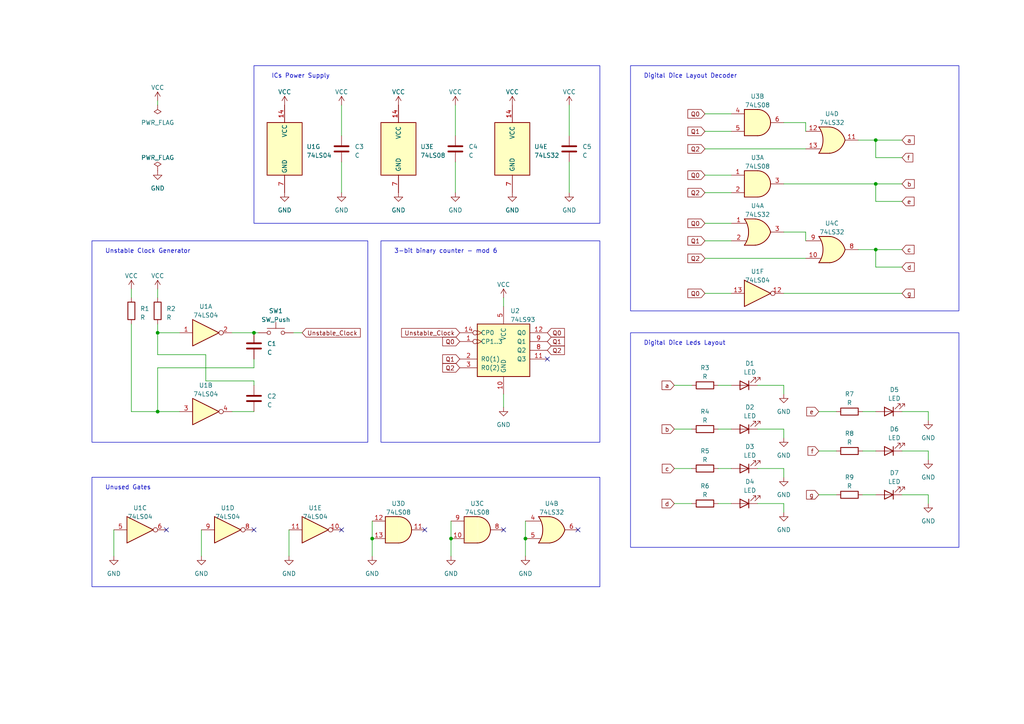
<source format=kicad_sch>
(kicad_sch (version 20230121) (generator eeschema)
  (paper "A4")
  (lib_symbols
    (symbol "74xx:74LS04"
      (property "Reference" "U" (at 0 1.27 0))
      (property "Value" "74LS04" (at 0 -1.27 0))
      (symbol "74LS04_1_0"
        (polyline (pts (xy -3.81 3.81) (xy -3.81 -3.81) (xy 3.81 0) (xy -3.81 3.81)) (stroke (width 0.254)) (fill (type background)))
        (pin input line (at -7.62 0 0) (length 3.81) (name "~") (number "1"))
        (pin output inverted (at 7.62 0 180) (length 3.81) (name "~") (number "2"))
      )
      (symbol "74LS04_2_0"
        (polyline (pts (xy -3.81 3.81) (xy -3.81 -3.81) (xy 3.81 0) (xy -3.81 3.81)) (stroke (width 0.254)) (fill (type background)))
        (pin input line (at -7.62 0 0) (length 3.81) (name "~") (number "3"))
        (pin output inverted (at 7.62 0 180) (length 3.81) (name "~") (number "4"))
      )
      (symbol "74LS04_3_0"
        (polyline (pts (xy -3.81 3.81) (xy -3.81 -3.81) (xy 3.81 0) (xy -3.81 3.81)) (stroke (width 0.254)) (fill (type background)))
        (pin input line (at -7.62 0 0) (length 3.81) (name "~") (number "5"))
        (pin output inverted (at 7.62 0 180) (length 3.81) (name "~") (number "6"))
      )
      (symbol "74LS04_4_0"
        (polyline (pts (xy -3.81 3.81) (xy -3.81 -3.81) (xy 3.81 0) (xy -3.81 3.81)) (stroke (width 0.254)) (fill (type background)))
        (pin output inverted (at 7.62 0 180) (length 3.81) (name "~") (number "8"))
        (pin input line (at -7.62 0 0) (length 3.81) (name "~") (number "9"))
      )
      (symbol "74LS04_5_0"
        (polyline (pts (xy -3.81 3.81) (xy -3.81 -3.81) (xy 3.81 0) (xy -3.81 3.81)) (stroke (width 0.254)) (fill (type background)))
        (pin output inverted (at 7.62 0 180) (length 3.81) (name "~") (number "10"))
        (pin input line (at -7.62 0 0) (length 3.81) (name "~") (number "11"))
      )
      (symbol "74LS04_6_0"
        (polyline (pts (xy -3.81 3.81) (xy -3.81 -3.81) (xy 3.81 0) (xy -3.81 3.81)) (stroke (width 0.254)) (fill (type background)))
        (pin output inverted (at 7.62 0 180) (length 3.81) (name "~") (number "12"))
        (pin input line (at -7.62 0 0) (length 3.81) (name "~") (number "13"))
      )
      (symbol "74LS04_7_0"
        (pin power_in line (at 0 12.7 270) (length 5.08) (name "VCC") (number "14"))
        (pin power_in line (at 0 -12.7 90) (length 5.08) (name "GND") (number "7"))
      )
      (symbol "74LS04_7_1"
        (rectangle (start -5.08 7.62) (end 5.08 -7.62) (stroke (width 0.254)) (fill (type background)))
      )
    )
    (symbol "74xx:74LS08" (pin_names (offset 1.016))
      (property "Reference" "U" (at 0 1.27 0))
      (property "Value" "74LS08" (at 0 -1.27 0))
      (symbol "74LS08_1_1"
        (arc (start 0 -3.81) (mid 3.7934 0) (end 0 3.81) (stroke (width 0.254)) (fill (type background)))
        (polyline (pts (xy 0 3.81) (xy -3.81 3.81) (xy -3.81 -3.81) (xy 0 -3.81)) (stroke (width 0.254)) (fill (type background)))
        (pin input line (at -7.62 2.54 0) (length 3.81) (name "~") (number "1"))
        (pin input line (at -7.62 -2.54 0) (length 3.81) (name "~") (number "2"))
        (pin output line (at 7.62 0 180) (length 3.81) (name "~") (number "3"))
      )
      (symbol "74LS08_1_2"
        (arc (start -3.81 -3.81) (mid -2.589 0) (end -3.81 3.81) (stroke (width 0.254)))
        (arc (start -0.6096 -3.81) (mid 2.1842 -2.5851) (end 3.81 0) (stroke (width 0.254)) (fill (type background)))
        (polyline (pts (xy -3.81 -3.81) (xy -0.635 -3.81)) (stroke (width 0.254)) (fill (type background)))
        (polyline (pts (xy -3.81 3.81) (xy -0.635 3.81)) (stroke (width 0.254)) (fill (type background)))
        (polyline (pts (xy -0.635 3.81) (xy -3.81 3.81) (xy -3.81 3.81) (xy -3.556 3.4036) (xy -3.0226 2.2606) (xy -2.6924 1.0414) (xy -2.6162 -0.254) (xy -2.7686 -1.4986) (xy -3.175 -2.7178) (xy -3.81 -3.81) (xy -3.81 -3.81) (xy -0.635 -3.81)) (stroke (width -25.4)) (fill (type background)))
        (arc (start 3.81 0) (mid 2.1915 2.5936) (end -0.6096 3.81) (stroke (width 0.254)) (fill (type background)))
        (pin input inverted (at -7.62 2.54 0) (length 4.318) (name "~") (number "1"))
        (pin input inverted (at -7.62 -2.54 0) (length 4.318) (name "~") (number "2"))
        (pin output inverted (at 7.62 0 180) (length 3.81) (name "~") (number "3"))
      )
      (symbol "74LS08_2_1"
        (arc (start 0 -3.81) (mid 3.7934 0) (end 0 3.81) (stroke (width 0.254)) (fill (type background)))
        (polyline (pts (xy 0 3.81) (xy -3.81 3.81) (xy -3.81 -3.81) (xy 0 -3.81)) (stroke (width 0.254)) (fill (type background)))
        (pin input line (at -7.62 2.54 0) (length 3.81) (name "~") (number "4"))
        (pin input line (at -7.62 -2.54 0) (length 3.81) (name "~") (number "5"))
        (pin output line (at 7.62 0 180) (length 3.81) (name "~") (number "6"))
      )
      (symbol "74LS08_2_2"
        (arc (start -3.81 -3.81) (mid -2.589 0) (end -3.81 3.81) (stroke (width 0.254)))
        (arc (start -0.6096 -3.81) (mid 2.1842 -2.5851) (end 3.81 0) (stroke (width 0.254)) (fill (type background)))
        (polyline (pts (xy -3.81 -3.81) (xy -0.635 -3.81)) (stroke (width 0.254)) (fill (type background)))
        (polyline (pts (xy -3.81 3.81) (xy -0.635 3.81)) (stroke (width 0.254)) (fill (type background)))
        (polyline (pts (xy -0.635 3.81) (xy -3.81 3.81) (xy -3.81 3.81) (xy -3.556 3.4036) (xy -3.0226 2.2606) (xy -2.6924 1.0414) (xy -2.6162 -0.254) (xy -2.7686 -1.4986) (xy -3.175 -2.7178) (xy -3.81 -3.81) (xy -3.81 -3.81) (xy -0.635 -3.81)) (stroke (width -25.4)) (fill (type background)))
        (arc (start 3.81 0) (mid 2.1915 2.5936) (end -0.6096 3.81) (stroke (width 0.254)) (fill (type background)))
        (pin input inverted (at -7.62 2.54 0) (length 4.318) (name "~") (number "4"))
        (pin input inverted (at -7.62 -2.54 0) (length 4.318) (name "~") (number "5"))
        (pin output inverted (at 7.62 0 180) (length 3.81) (name "~") (number "6"))
      )
      (symbol "74LS08_3_1"
        (arc (start 0 -3.81) (mid 3.7934 0) (end 0 3.81) (stroke (width 0.254)) (fill (type background)))
        (polyline (pts (xy 0 3.81) (xy -3.81 3.81) (xy -3.81 -3.81) (xy 0 -3.81)) (stroke (width 0.254)) (fill (type background)))
        (pin input line (at -7.62 -2.54 0) (length 3.81) (name "~") (number "10"))
        (pin output line (at 7.62 0 180) (length 3.81) (name "~") (number "8"))
        (pin input line (at -7.62 2.54 0) (length 3.81) (name "~") (number "9"))
      )
      (symbol "74LS08_3_2"
        (arc (start -3.81 -3.81) (mid -2.589 0) (end -3.81 3.81) (stroke (width 0.254)))
        (arc (start -0.6096 -3.81) (mid 2.1842 -2.5851) (end 3.81 0) (stroke (width 0.254)) (fill (type background)))
        (polyline (pts (xy -3.81 -3.81) (xy -0.635 -3.81)) (stroke (width 0.254)) (fill (type background)))
        (polyline (pts (xy -3.81 3.81) (xy -0.635 3.81)) (stroke (width 0.254)) (fill (type background)))
        (polyline (pts (xy -0.635 3.81) (xy -3.81 3.81) (xy -3.81 3.81) (xy -3.556 3.4036) (xy -3.0226 2.2606) (xy -2.6924 1.0414) (xy -2.6162 -0.254) (xy -2.7686 -1.4986) (xy -3.175 -2.7178) (xy -3.81 -3.81) (xy -3.81 -3.81) (xy -0.635 -3.81)) (stroke (width -25.4)) (fill (type background)))
        (arc (start 3.81 0) (mid 2.1915 2.5936) (end -0.6096 3.81) (stroke (width 0.254)) (fill (type background)))
        (pin input inverted (at -7.62 -2.54 0) (length 4.318) (name "~") (number "10"))
        (pin output inverted (at 7.62 0 180) (length 3.81) (name "~") (number "8"))
        (pin input inverted (at -7.62 2.54 0) (length 4.318) (name "~") (number "9"))
      )
      (symbol "74LS08_4_1"
        (arc (start 0 -3.81) (mid 3.7934 0) (end 0 3.81) (stroke (width 0.254)) (fill (type background)))
        (polyline (pts (xy 0 3.81) (xy -3.81 3.81) (xy -3.81 -3.81) (xy 0 -3.81)) (stroke (width 0.254)) (fill (type background)))
        (pin output line (at 7.62 0 180) (length 3.81) (name "~") (number "11"))
        (pin input line (at -7.62 2.54 0) (length 3.81) (name "~") (number "12"))
        (pin input line (at -7.62 -2.54 0) (length 3.81) (name "~") (number "13"))
      )
      (symbol "74LS08_4_2"
        (arc (start -3.81 -3.81) (mid -2.589 0) (end -3.81 3.81) (stroke (width 0.254)))
        (arc (start -0.6096 -3.81) (mid 2.1842 -2.5851) (end 3.81 0) (stroke (width 0.254)) (fill (type background)))
        (polyline (pts (xy -3.81 -3.81) (xy -0.635 -3.81)) (stroke (width 0.254)) (fill (type background)))
        (polyline (pts (xy -3.81 3.81) (xy -0.635 3.81)) (stroke (width 0.254)) (fill (type background)))
        (polyline (pts (xy -0.635 3.81) (xy -3.81 3.81) (xy -3.81 3.81) (xy -3.556 3.4036) (xy -3.0226 2.2606) (xy -2.6924 1.0414) (xy -2.6162 -0.254) (xy -2.7686 -1.4986) (xy -3.175 -2.7178) (xy -3.81 -3.81) (xy -3.81 -3.81) (xy -0.635 -3.81)) (stroke (width -25.4)) (fill (type background)))
        (arc (start 3.81 0) (mid 2.1915 2.5936) (end -0.6096 3.81) (stroke (width 0.254)) (fill (type background)))
        (pin output inverted (at 7.62 0 180) (length 3.81) (name "~") (number "11"))
        (pin input inverted (at -7.62 2.54 0) (length 4.318) (name "~") (number "12"))
        (pin input inverted (at -7.62 -2.54 0) (length 4.318) (name "~") (number "13"))
      )
      (symbol "74LS08_5_0"
        (pin power_in line (at 0 12.7 270) (length 5.08) (name "VCC") (number "14"))
        (pin power_in line (at 0 -12.7 90) (length 5.08) (name "GND") (number "7"))
      )
      (symbol "74LS08_5_1"
        (rectangle (start -5.08 7.62) (end 5.08 -7.62) (stroke (width 0.254)) (fill (type background)))
      )
    )
    (symbol "74xx:74LS32" (pin_names (offset 1.016))
      (property "Reference" "U" (at 0 1.27 0))
      (property "Value" "74LS32" (at 0 -1.27 0))
      (symbol "74LS32_1_1"
        (arc (start -3.81 -3.81) (mid -2.589 0) (end -3.81 3.81) (stroke (width 0.254)))
        (arc (start -0.6096 -3.81) (mid 2.1842 -2.5851) (end 3.81 0) (stroke (width 0.254)) (fill (type background)))
        (polyline (pts (xy -3.81 -3.81) (xy -0.635 -3.81)) (stroke (width 0.254)) (fill (type background)))
        (polyline (pts (xy -3.81 3.81) (xy -0.635 3.81)) (stroke (width 0.254)) (fill (type background)))
        (polyline (pts (xy -0.635 3.81) (xy -3.81 3.81) (xy -3.81 3.81) (xy -3.556 3.4036) (xy -3.0226 2.2606) (xy -2.6924 1.0414) (xy -2.6162 -0.254) (xy -2.7686 -1.4986) (xy -3.175 -2.7178) (xy -3.81 -3.81) (xy -3.81 -3.81) (xy -0.635 -3.81)) (stroke (width -25.4)) (fill (type background)))
        (arc (start 3.81 0) (mid 2.1915 2.5936) (end -0.6096 3.81) (stroke (width 0.254)) (fill (type background)))
        (pin input line (at -7.62 2.54 0) (length 4.318) (name "~") (number "1"))
        (pin input line (at -7.62 -2.54 0) (length 4.318) (name "~") (number "2"))
        (pin output line (at 7.62 0 180) (length 3.81) (name "~") (number "3"))
      )
      (symbol "74LS32_1_2"
        (arc (start 0 -3.81) (mid 3.7934 0) (end 0 3.81) (stroke (width 0.254)) (fill (type background)))
        (polyline (pts (xy 0 3.81) (xy -3.81 3.81) (xy -3.81 -3.81) (xy 0 -3.81)) (stroke (width 0.254)) (fill (type background)))
        (pin input inverted (at -7.62 2.54 0) (length 3.81) (name "~") (number "1"))
        (pin input inverted (at -7.62 -2.54 0) (length 3.81) (name "~") (number "2"))
        (pin output inverted (at 7.62 0 180) (length 3.81) (name "~") (number "3"))
      )
      (symbol "74LS32_2_1"
        (arc (start -3.81 -3.81) (mid -2.589 0) (end -3.81 3.81) (stroke (width 0.254)))
        (arc (start -0.6096 -3.81) (mid 2.1842 -2.5851) (end 3.81 0) (stroke (width 0.254)) (fill (type background)))
        (polyline (pts (xy -3.81 -3.81) (xy -0.635 -3.81)) (stroke (width 0.254)) (fill (type background)))
        (polyline (pts (xy -3.81 3.81) (xy -0.635 3.81)) (stroke (width 0.254)) (fill (type background)))
        (polyline (pts (xy -0.635 3.81) (xy -3.81 3.81) (xy -3.81 3.81) (xy -3.556 3.4036) (xy -3.0226 2.2606) (xy -2.6924 1.0414) (xy -2.6162 -0.254) (xy -2.7686 -1.4986) (xy -3.175 -2.7178) (xy -3.81 -3.81) (xy -3.81 -3.81) (xy -0.635 -3.81)) (stroke (width -25.4)) (fill (type background)))
        (arc (start 3.81 0) (mid 2.1915 2.5936) (end -0.6096 3.81) (stroke (width 0.254)) (fill (type background)))
        (pin input line (at -7.62 2.54 0) (length 4.318) (name "~") (number "4"))
        (pin input line (at -7.62 -2.54 0) (length 4.318) (name "~") (number "5"))
        (pin output line (at 7.62 0 180) (length 3.81) (name "~") (number "6"))
      )
      (symbol "74LS32_2_2"
        (arc (start 0 -3.81) (mid 3.7934 0) (end 0 3.81) (stroke (width 0.254)) (fill (type background)))
        (polyline (pts (xy 0 3.81) (xy -3.81 3.81) (xy -3.81 -3.81) (xy 0 -3.81)) (stroke (width 0.254)) (fill (type background)))
        (pin input inverted (at -7.62 2.54 0) (length 3.81) (name "~") (number "4"))
        (pin input inverted (at -7.62 -2.54 0) (length 3.81) (name "~") (number "5"))
        (pin output inverted (at 7.62 0 180) (length 3.81) (name "~") (number "6"))
      )
      (symbol "74LS32_3_1"
        (arc (start -3.81 -3.81) (mid -2.589 0) (end -3.81 3.81) (stroke (width 0.254)))
        (arc (start -0.6096 -3.81) (mid 2.1842 -2.5851) (end 3.81 0) (stroke (width 0.254)) (fill (type background)))
        (polyline (pts (xy -3.81 -3.81) (xy -0.635 -3.81)) (stroke (width 0.254)) (fill (type background)))
        (polyline (pts (xy -3.81 3.81) (xy -0.635 3.81)) (stroke (width 0.254)) (fill (type background)))
        (polyline (pts (xy -0.635 3.81) (xy -3.81 3.81) (xy -3.81 3.81) (xy -3.556 3.4036) (xy -3.0226 2.2606) (xy -2.6924 1.0414) (xy -2.6162 -0.254) (xy -2.7686 -1.4986) (xy -3.175 -2.7178) (xy -3.81 -3.81) (xy -3.81 -3.81) (xy -0.635 -3.81)) (stroke (width -25.4)) (fill (type background)))
        (arc (start 3.81 0) (mid 2.1915 2.5936) (end -0.6096 3.81) (stroke (width 0.254)) (fill (type background)))
        (pin input line (at -7.62 -2.54 0) (length 4.318) (name "~") (number "10"))
        (pin output line (at 7.62 0 180) (length 3.81) (name "~") (number "8"))
        (pin input line (at -7.62 2.54 0) (length 4.318) (name "~") (number "9"))
      )
      (symbol "74LS32_3_2"
        (arc (start 0 -3.81) (mid 3.7934 0) (end 0 3.81) (stroke (width 0.254)) (fill (type background)))
        (polyline (pts (xy 0 3.81) (xy -3.81 3.81) (xy -3.81 -3.81) (xy 0 -3.81)) (stroke (width 0.254)) (fill (type background)))
        (pin input inverted (at -7.62 -2.54 0) (length 3.81) (name "~") (number "10"))
        (pin output inverted (at 7.62 0 180) (length 3.81) (name "~") (number "8"))
        (pin input inverted (at -7.62 2.54 0) (length 3.81) (name "~") (number "9"))
      )
      (symbol "74LS32_4_1"
        (arc (start -3.81 -3.81) (mid -2.589 0) (end -3.81 3.81) (stroke (width 0.254)))
        (arc (start -0.6096 -3.81) (mid 2.1842 -2.5851) (end 3.81 0) (stroke (width 0.254)) (fill (type background)))
        (polyline (pts (xy -3.81 -3.81) (xy -0.635 -3.81)) (stroke (width 0.254)) (fill (type background)))
        (polyline (pts (xy -3.81 3.81) (xy -0.635 3.81)) (stroke (width 0.254)) (fill (type background)))
        (polyline (pts (xy -0.635 3.81) (xy -3.81 3.81) (xy -3.81 3.81) (xy -3.556 3.4036) (xy -3.0226 2.2606) (xy -2.6924 1.0414) (xy -2.6162 -0.254) (xy -2.7686 -1.4986) (xy -3.175 -2.7178) (xy -3.81 -3.81) (xy -3.81 -3.81) (xy -0.635 -3.81)) (stroke (width -25.4)) (fill (type background)))
        (arc (start 3.81 0) (mid 2.1915 2.5936) (end -0.6096 3.81) (stroke (width 0.254)) (fill (type background)))
        (pin output line (at 7.62 0 180) (length 3.81) (name "~") (number "11"))
        (pin input line (at -7.62 2.54 0) (length 4.318) (name "~") (number "12"))
        (pin input line (at -7.62 -2.54 0) (length 4.318) (name "~") (number "13"))
      )
      (symbol "74LS32_4_2"
        (arc (start 0 -3.81) (mid 3.7934 0) (end 0 3.81) (stroke (width 0.254)) (fill (type background)))
        (polyline (pts (xy 0 3.81) (xy -3.81 3.81) (xy -3.81 -3.81) (xy 0 -3.81)) (stroke (width 0.254)) (fill (type background)))
        (pin output inverted (at 7.62 0 180) (length 3.81) (name "~") (number "11"))
        (pin input inverted (at -7.62 2.54 0) (length 3.81) (name "~") (number "12"))
        (pin input inverted (at -7.62 -2.54 0) (length 3.81) (name "~") (number "13"))
      )
      (symbol "74LS32_5_0"
        (pin power_in line (at 0 12.7 270) (length 5.08) (name "VCC") (number "14"))
        (pin power_in line (at 0 -12.7 90) (length 5.08) (name "GND") (number "7"))
      )
      (symbol "74LS32_5_1"
        (rectangle (start -5.08 7.62) (end 5.08 -7.62) (stroke (width 0.254)) (fill (type background)))
      )
    )
    (symbol "74xx:74LS93" (pin_names (offset 1.016))
      (property "Reference" "U" (at -7.62 8.89 0))
      (property "Value" "74LS93" (at -7.62 -8.89 0))
      (symbol "74LS93_1_0"
        (pin input inverted_clock (at -12.7 2.54 0) (length 5.08) (name "CP1..3") (number "1"))
        (pin power_in line (at 0 -12.7 90) (length 5.08) (name "GND") (number "10"))
        (pin output line (at 12.7 -2.54 180) (length 5.08) (name "Q3") (number "11"))
        (pin output line (at 12.7 5.08 180) (length 5.08) (name "Q0") (number "12"))
        (pin input inverted_clock (at -12.7 5.08 0) (length 5.08) (name "CP0") (number "14"))
        (pin input line (at -12.7 -2.54 0) (length 5.08) (name "R0(1)") (number "2"))
        (pin input line (at -12.7 -5.08 0) (length 5.08) (name "R0(2)") (number "3"))
        (pin power_in line (at 0 12.7 270) (length 5.08) (name "VCC") (number "5"))
        (pin output line (at 12.7 0 180) (length 5.08) (name "Q2") (number "8"))
        (pin output line (at 12.7 2.54 180) (length 5.08) (name "Q1") (number "9"))
      )
      (symbol "74LS93_1_1"
        (rectangle (start -7.62 7.62) (end 7.62 -7.62) (stroke (width 0.254)) (fill (type background)))
      )
    )
    (symbol "Device:C" (pin_numbers hide) (pin_names (offset 0.254))
      (property "Reference" "C" (at 0.635 2.54 0))
      (property "Value" "C" (at 0.635 -2.54 0))
      (symbol "C_0_1"
        (polyline (pts (xy -2.032 -0.762) (xy 2.032 -0.762)) (stroke (width 0.508)))
        (polyline (pts (xy -2.032 0.762) (xy 2.032 0.762)) (stroke (width 0.508)))
      )
      (symbol "C_1_1"
        (pin passive line (at 0 3.81 270) (length 2.794) (name "~") (number "1"))
        (pin passive line (at 0 -3.81 90) (length 2.794) (name "~") (number "2"))
      )
    )
    (symbol "Device:LED" (pin_numbers hide) (pin_names (offset 1.016) hide)
      (property "Reference" "D" (at 0 2.54 0))
      (property "Value" "LED" (at 0 -2.54 0))
      (symbol "LED_0_1"
        (polyline (pts (xy -1.27 -1.27) (xy -1.27 1.27)) (stroke (width 0.254)))
        (polyline (pts (xy -1.27 0) (xy 1.27 0)))
        (polyline (pts (xy 1.27 -1.27) (xy 1.27 1.27) (xy -1.27 0) (xy 1.27 -1.27)) (stroke (width 0.254)))
        (polyline (pts (xy -3.048 -0.762) (xy -4.572 -2.286) (xy -3.81 -2.286) (xy -4.572 -2.286) (xy -4.572 -1.524)))
        (polyline (pts (xy -1.778 -0.762) (xy -3.302 -2.286) (xy -2.54 -2.286) (xy -3.302 -2.286) (xy -3.302 -1.524)))
      )
      (symbol "LED_1_1"
        (pin passive line (at -3.81 0 0) (length 2.54) (name "K") (number "1"))
        (pin passive line (at 3.81 0 180) (length 2.54) (name "A") (number "2"))
      )
    )
    (symbol "Device:R" (pin_numbers hide) (pin_names (offset 0))
      (property "Reference" "R" (at 2.032 0 90))
      (property "Value" "R" (at 0 0 90))
      (symbol "R_0_1"
        (rectangle (start -1.016 -2.54) (end 1.016 2.54) (stroke (width 0.254)))
      )
      (symbol "R_1_1"
        (pin passive line (at 0 3.81 270) (length 1.27) (name "~") (number "1"))
        (pin passive line (at 0 -3.81 90) (length 1.27) (name "~") (number "2"))
      )
    )
    (symbol "Switch:SW_Push" (pin_numbers hide) (pin_names (offset 1.016) hide)
      (property "Reference" "SW" (at 1.27 2.54 0))
      (property "Value" "SW_Push" (at 0 -1.524 0))
      (symbol "SW_Push_0_1"
        (circle (center -2.032 0) (radius 0.508))
        (polyline (pts (xy 0 1.27) (xy 0 3.048)))
        (polyline (pts (xy 2.54 1.27) (xy -2.54 1.27)))
        (circle (center 2.032 0) (radius 0.508))
        (pin passive line (at -5.08 0 0) (length 2.54) (name "1") (number "1"))
        (pin passive line (at 5.08 0 180) (length 2.54) (name "2") (number "2"))
      )
    )
    (symbol "power:GND" (power) (pin_names (offset 0))
      (property "Value" "GND" (at 0 -3.81 0))
      (symbol "GND_0_1"
        (polyline (pts (xy 0 0) (xy 0 -1.27) (xy 1.27 -1.27) (xy 0 -2.54) (xy -1.27 -1.27) (xy 0 -1.27)))
      )
      (symbol "GND_1_1"
        (pin power_in line (at 0 0 270) (length 0) hide (name "GND") (number "1"))
      )
    )
    (symbol "power:PWR_FLAG" (power) (pin_numbers hide) (pin_names (offset 0) hide)
      (property "Value" "PWR_FLAG" (at 0 3.81 0))
      (symbol "PWR_FLAG_0_0"
        (pin power_out line (at 0 0 90) (length 0) (name "pwr") (number "1"))
      )
      (symbol "PWR_FLAG_0_1"
        (polyline (pts (xy 0 0) (xy 0 1.27) (xy -1.016 1.905) (xy 0 2.54) (xy 1.016 1.905) (xy 0 1.27)))
      )
    )
    (symbol "power:VCC" (power) (pin_names (offset 0))
      (property "Value" "VCC" (at 0 3.81 0))
      (symbol "VCC_0_1"
        (polyline (pts (xy -0.762 1.27) (xy 0 2.54)))
        (polyline (pts (xy 0 0) (xy 0 2.54)))
        (polyline (pts (xy 0 2.54) (xy 0.762 1.27)))
      )
      (symbol "VCC_1_1"
        (pin power_in line (at 0 0 90) (length 0) hide (name "VCC") (number "1"))
      )
    )
  )
  (junction (at 45.72 96.52))
  (junction (at 254 72.39))
  (junction (at 107.95 156.21))
  (junction (at 130.81 156.21))
  (junction (at 254 40.64))
  (junction (at 73.66 96.52))
  (junction (at 152.4 156.21))
  (junction (at 254 53.34))
  (junction (at 45.72 119.38))
  (no_connect (at 146.05 153.67))
  (no_connect (at 73.66 153.67))
  (no_connect (at 48.26 153.67))
  (no_connect (at 123.19 153.67))
  (no_connect (at 99.06 153.67))
  (no_connect (at 158.75 104.14))
  (no_connect (at 167.64 153.67))
  (wire (pts (xy 73.66 111.76) (xy 73.66 110.49)))
  (wire (pts (xy 204.47 43.18) (xy 233.68 43.18)))
  (wire (pts (xy 67.31 96.52) (xy 73.66 96.52)))
  (wire (pts (xy 237.49 119.38) (xy 242.57 119.38)))
  (wire (pts (xy 67.31 119.38) (xy 73.66 119.38)))
  (wire (pts (xy 237.49 143.51) (xy 242.57 143.51)))
  (wire (pts (xy 261.62 45.72) (xy 254 45.72)))
  (wire (pts (xy 152.4 151.13) (xy 152.4 156.21)))
  (wire (pts (xy 219.71 146.05) (xy 227.33 146.05)))
  (wire (pts (xy 195.58 146.05) (xy 200.66 146.05)))
  (wire (pts (xy 165.1 46.99) (xy 165.1 55.88)))
  (wire (pts (xy 233.68 67.31) (xy 227.33 67.31)))
  (wire (pts (xy 83.82 153.67) (xy 83.82 161.29)))
  (wire (pts (xy 254 40.64) (xy 248.92 40.64)))
  (wire (pts (xy 59.69 102.87) (xy 45.72 102.87)))
  (wire (pts (xy 204.47 85.09) (xy 212.09 85.09)))
  (wire (pts (xy 261.62 58.42) (xy 254 58.42)))
  (wire (pts (xy 261.62 119.38) (xy 269.24 119.38)))
  (wire (pts (xy 130.81 151.13) (xy 130.81 156.21)))
  (wire (pts (xy 45.72 93.98) (xy 45.72 96.52)))
  (wire (pts (xy 219.71 135.89) (xy 227.33 135.89)))
  (wire (pts (xy 250.19 119.38) (xy 254 119.38)))
  (wire (pts (xy 45.72 106.68) (xy 45.72 119.38)))
  (wire (pts (xy 107.95 151.13) (xy 107.95 156.21)))
  (wire (pts (xy 227.33 138.43) (xy 227.33 135.89)))
  (wire (pts (xy 254 45.72) (xy 254 40.64)))
  (wire (pts (xy 204.47 64.77) (xy 212.09 64.77)))
  (wire (pts (xy 219.71 124.46) (xy 227.33 124.46)))
  (wire (pts (xy 261.62 40.64) (xy 254 40.64)))
  (wire (pts (xy 254 53.34) (xy 227.33 53.34)))
  (wire (pts (xy 208.28 135.89) (xy 212.09 135.89)))
  (wire (pts (xy 45.72 96.52) (xy 52.07 96.52)))
  (wire (pts (xy 254 58.42) (xy 254 53.34)))
  (wire (pts (xy 233.68 35.56) (xy 227.33 35.56)))
  (wire (pts (xy 195.58 135.89) (xy 200.66 135.89)))
  (wire (pts (xy 152.4 156.21) (xy 152.4 161.29)))
  (wire (pts (xy 250.19 130.81) (xy 254 130.81)))
  (wire (pts (xy 195.58 111.76) (xy 200.66 111.76)))
  (wire (pts (xy 208.28 146.05) (xy 212.09 146.05)))
  (wire (pts (xy 254 77.47) (xy 254 72.39)))
  (wire (pts (xy 85.09 96.52) (xy 87.63 96.52)))
  (wire (pts (xy 146.05 114.3) (xy 146.05 118.11)))
  (wire (pts (xy 45.72 83.82) (xy 45.72 86.36)))
  (wire (pts (xy 130.81 156.21) (xy 130.81 161.29)))
  (wire (pts (xy 58.42 153.67) (xy 58.42 161.29)))
  (wire (pts (xy 73.66 96.52) (xy 74.93 96.52)))
  (wire (pts (xy 73.66 104.14) (xy 73.66 106.68)))
  (wire (pts (xy 261.62 72.39) (xy 254 72.39)))
  (wire (pts (xy 227.33 148.59) (xy 227.33 146.05)))
  (wire (pts (xy 107.95 156.21) (xy 107.95 161.29)))
  (wire (pts (xy 99.06 46.99) (xy 99.06 55.88)))
  (wire (pts (xy 45.72 102.87) (xy 45.72 96.52)))
  (wire (pts (xy 132.08 30.48) (xy 132.08 39.37)))
  (wire (pts (xy 38.1 83.82) (xy 38.1 86.36)))
  (wire (pts (xy 99.06 30.48) (xy 99.06 39.37)))
  (wire (pts (xy 233.68 38.1) (xy 233.68 35.56)))
  (wire (pts (xy 45.72 29.21) (xy 45.72 30.48)))
  (wire (pts (xy 233.68 69.85) (xy 233.68 67.31)))
  (wire (pts (xy 132.08 46.99) (xy 132.08 55.88)))
  (wire (pts (xy 38.1 119.38) (xy 45.72 119.38)))
  (wire (pts (xy 73.66 110.49) (xy 59.69 110.49)))
  (wire (pts (xy 45.72 119.38) (xy 52.07 119.38)))
  (wire (pts (xy 204.47 50.8) (xy 212.09 50.8)))
  (wire (pts (xy 33.02 153.67) (xy 33.02 161.29)))
  (wire (pts (xy 195.58 124.46) (xy 200.66 124.46)))
  (wire (pts (xy 261.62 130.81) (xy 269.24 130.81)))
  (wire (pts (xy 204.47 38.1) (xy 212.09 38.1)))
  (wire (pts (xy 269.24 133.35) (xy 269.24 130.81)))
  (wire (pts (xy 59.69 110.49) (xy 59.69 102.87)))
  (wire (pts (xy 261.62 143.51) (xy 269.24 143.51)))
  (wire (pts (xy 208.28 124.46) (xy 212.09 124.46)))
  (wire (pts (xy 219.71 111.76) (xy 227.33 111.76)))
  (wire (pts (xy 261.62 53.34) (xy 254 53.34)))
  (wire (pts (xy 146.05 86.36) (xy 146.05 88.9)))
  (wire (pts (xy 227.33 114.3) (xy 227.33 111.76)))
  (wire (pts (xy 269.24 146.05) (xy 269.24 143.51)))
  (wire (pts (xy 73.66 106.68) (xy 45.72 106.68)))
  (wire (pts (xy 227.33 85.09) (xy 261.62 85.09)))
  (wire (pts (xy 165.1 30.48) (xy 165.1 39.37)))
  (wire (pts (xy 261.62 77.47) (xy 254 77.47)))
  (wire (pts (xy 204.47 55.88) (xy 212.09 55.88)))
  (wire (pts (xy 227.33 127) (xy 227.33 124.46)))
  (wire (pts (xy 237.49 130.81) (xy 242.57 130.81)))
  (wire (pts (xy 204.47 33.02) (xy 212.09 33.02)))
  (wire (pts (xy 204.47 74.93) (xy 233.68 74.93)))
  (wire (pts (xy 269.24 121.92) (xy 269.24 119.38)))
  (wire (pts (xy 208.28 111.76) (xy 212.09 111.76)))
  (wire (pts (xy 204.47 69.85) (xy 212.09 69.85)))
  (wire (pts (xy 38.1 93.98) (xy 38.1 119.38)))
  (wire (pts (xy 254 72.39) (xy 248.92 72.39)))
  (wire (pts (xy 250.19 143.51) (xy 254 143.51)))
  (rectangle (start 110.49 69.85) (end 173.99 128.27))
  (rectangle (start 182.88 96.52) (end 278.13 158.75))
  (rectangle (start 26.67 69.85) (end 106.68 128.27))
  (rectangle (start 182.88 19.05) (end 278.13 90.17))
  (rectangle (start 26.67 138.43) (end 173.99 170.18))
  (rectangle (start 73.66 19.05) (end 173.99 64.77))
  (text "ICs Power Supply" (at 78.74 22.86 0) (effects (font (size 1.27 1.27)) (justify left bottom)))
  (text "Digital Dice Layout Decoder" (at 186.69 22.86 0) (effects (font (size 1.27 1.27)) (justify left bottom)))
  (text "Unstable Clock Generator" (at 30.48 73.66 0) (effects (font (size 1.27 1.27)) (justify left bottom)))
  (text "3-bit binary counter - mod 6" (at 114.3 73.66 0) (effects (font (size 1.27 1.27)) (justify left bottom)))
  (text "Digital Dice Leds Layout" (at 186.69 100.33 0) (effects (font (size 1.27 1.27)) (justify left bottom)))
  (text "Unused Gates" (at 30.48 142.24 0) (effects (font (size 1.27 1.27)) (justify left bottom)))
  (global_label "d" (shape input) (at 261.62 77.47 0) (property "Intersheetrefs" "${INTERSHEET_REFS}" (effects hide)))
  (global_label "d" (shape input) (at 195.58 146.05 180) (property "Intersheetrefs" "${INTERSHEET_REFS}" (effects hide)))
  (global_label "c" (shape input) (at 195.58 135.89 180) (property "Intersheetrefs" "${INTERSHEET_REFS}" (effects hide)))
  (global_label "Q0" (shape input) (at 133.35 99.06 180) (property "Intersheetrefs" "${INTERSHEET_REFS}" (effects hide)))
  (global_label "Q0" (shape input) (at 204.47 85.09 180) (property "Intersheetrefs" "${INTERSHEET_REFS}" (effects hide)))
  (global_label "Unstable_Clock" (shape input) (at 87.63 96.52 0) (property "Intersheetrefs" "${INTERSHEET_REFS}" (effects hide)))
  (global_label "Q2" (shape input) (at 158.75 101.6 0) (property "Intersheetrefs" "${INTERSHEET_REFS}" (effects hide)))
  (global_label "a" (shape input) (at 261.62 40.64 0) (property "Intersheetrefs" "${INTERSHEET_REFS}" (effects hide)))
  (global_label "Q0" (shape input) (at 158.75 96.52 0) (property "Intersheetrefs" "${INTERSHEET_REFS}" (effects hide)))
  (global_label "e" (shape input) (at 261.62 58.42 0) (property "Intersheetrefs" "${INTERSHEET_REFS}" (effects hide)))
  (global_label "Q0" (shape input) (at 204.47 64.77 180) (property "Intersheetrefs" "${INTERSHEET_REFS}" (effects hide)))
  (global_label "Q2" (shape input) (at 133.35 106.68 180) (property "Intersheetrefs" "${INTERSHEET_REFS}" (effects hide)))
  (global_label "b" (shape input) (at 195.58 124.46 180) (property "Intersheetrefs" "${INTERSHEET_REFS}" (effects hide)))
  (global_label "Q1" (shape input) (at 204.47 38.1 180) (property "Intersheetrefs" "${INTERSHEET_REFS}" (effects hide)))
  (global_label "Q1" (shape input) (at 133.35 104.14 180) (property "Intersheetrefs" "${INTERSHEET_REFS}" (effects hide)))
  (global_label "Q2" (shape input) (at 204.47 43.18 180) (property "Intersheetrefs" "${INTERSHEET_REFS}" (effects hide)))
  (global_label "Q0" (shape input) (at 204.47 33.02 180) (property "Intersheetrefs" "${INTERSHEET_REFS}" (effects hide)))
  (global_label "g" (shape input) (at 261.62 85.09 0) (property "Intersheetrefs" "${INTERSHEET_REFS}" (effects hide)))
  (global_label "b" (shape input) (at 261.62 53.34 0) (property "Intersheetrefs" "${INTERSHEET_REFS}" (effects hide)))
  (global_label "Unstable_Clock" (shape input) (at 133.35 96.52 180) (property "Intersheetrefs" "${INTERSHEET_REFS}" (effects hide)))
  (global_label "c" (shape input) (at 261.62 72.39 0) (property "Intersheetrefs" "${INTERSHEET_REFS}" (effects hide)))
  (global_label "f" (shape input) (at 261.62 45.72 0) (property "Intersheetrefs" "${INTERSHEET_REFS}" (effects hide)))
  (global_label "Q2" (shape input) (at 204.47 55.88 180) (property "Intersheetrefs" "${INTERSHEET_REFS}" (effects hide)))
  (global_label "f" (shape input) (at 237.49 130.81 180) (property "Intersheetrefs" "${INTERSHEET_REFS}" (effects hide)))
  (global_label "e" (shape input) (at 237.49 119.38 180) (property "Intersheetrefs" "${INTERSHEET_REFS}" (effects hide)))
  (global_label "Q0" (shape input) (at 204.47 50.8 180) (property "Intersheetrefs" "${INTERSHEET_REFS}" (effects hide)))
  (global_label "Q2" (shape input) (at 204.47 74.93 180) (property "Intersheetrefs" "${INTERSHEET_REFS}" (effects hide)))
  (global_label "Q1" (shape input) (at 204.47 69.85 180) (property "Intersheetrefs" "${INTERSHEET_REFS}" (effects hide)))
  (global_label "a" (shape input) (at 195.58 111.76 180) (property "Intersheetrefs" "${INTERSHEET_REFS}" (effects hide)))
  (global_label "g" (shape input) (at 237.49 143.51 180) (property "Intersheetrefs" "${INTERSHEET_REFS}" (effects hide)))
  (global_label "Q1" (shape input) (at 158.75 99.06 0) (property "Intersheetrefs" "${INTERSHEET_REFS}" (effects hide)))
  (symbol (lib_id "74xx:74LS04") (at 82.55 43.18 0) (unit 7)
    (property "Reference" "U1" (at 88.9 42.545 0) (effects (justify left)))
    (property "Value" "74LS04" (at 88.9 45.085 0) (effects (justify left)))
    (property "Datasheet" "http://www.ti.com/lit/gpn/sn74LS04" (effects hide))
  )
  (symbol (lib_id "Device:C") (at 165.1 43.18 0) (unit 1)
    (property "Reference" "C5" (at 168.91 42.545 0) (effects (justify left)))
    (property "Value" "C" (at 168.91 45.085 0) (effects (justify left)))
  )
  (symbol (lib_id "74xx:74LS04") (at 91.44 153.67 0) (unit 5)
    (property "Reference" "U1" (at 91.44 147.32 0))
    (property "Value" "74LS04" (at 91.44 149.86 0))
    (property "Datasheet" "http://www.ti.com/lit/gpn/sn74LS04" (effects hide))
  )
  (symbol (lib_id "power:GND") (at 269.24 121.92 0) (unit 1)
    (property "Reference" "#PWR029" (effects hide))
    (property "Value" "GND" (at 269.24 127 0))
  )
  (symbol (lib_id "power:GND") (at 132.08 55.88 0) (unit 1)
    (property "Reference" "#PWR017" (effects hide))
    (property "Value" "GND" (at 132.08 60.96 0))
  )
  (symbol (lib_id "power:VCC") (at 45.72 29.21 0) (unit 1)
    (property "Reference" "#PWR01" (effects hide))
    (property "Value" "VCC" (at 45.72 25.4 0))
  )
  (symbol (lib_id "Device:LED") (at 215.9 135.89 180) (unit 1)
    (property "Reference" "D3" (at 217.4875 129.54 0))
    (property "Value" "LED" (at 217.4875 132.08 0))
  )
  (symbol (lib_id "74xx:74LS32") (at 219.71 67.31 0) (unit 1)
    (property "Reference" "U4" (at 219.71 59.69 0))
    (property "Value" "74LS32" (at 219.71 62.23 0))
    (property "Datasheet" "http://www.ti.com/lit/gpn/sn74LS32" (effects hide))
  )
  (symbol (lib_id "Device:R") (at 204.47 124.46 90) (unit 1)
    (property "Reference" "R4" (at 204.47 119.38 90))
    (property "Value" "R" (at 204.47 121.92 90))
  )
  (symbol (lib_id "Device:LED") (at 257.81 130.81 180) (unit 1)
    (property "Reference" "D6" (at 259.3975 124.46 0))
    (property "Value" "LED" (at 259.3975 127 0))
  )
  (symbol (lib_id "Device:R") (at 204.47 111.76 90) (unit 1)
    (property "Reference" "R3" (at 204.47 106.68 90))
    (property "Value" "R" (at 204.47 109.22 90))
  )
  (symbol (lib_id "Switch:SW_Push") (at 80.01 96.52 0) (unit 1)
    (property "Reference" "SW1" (at 80.01 90.17 0))
    (property "Value" "SW_Push" (at 80.01 92.71 0))
  )
  (symbol (lib_id "power:VCC") (at 82.55 30.48 0) (unit 1)
    (property "Reference" "#PWR07" (effects hide))
    (property "Value" "VCC" (at 82.55 26.67 0))
  )
  (symbol (lib_id "power:GND") (at 152.4 161.29 0) (unit 1)
    (property "Reference" "#PWR024" (effects hide))
    (property "Value" "GND" (at 152.4 166.37 0))
  )
  (symbol (lib_id "Device:R") (at 45.72 90.17 0) (unit 1)
    (property "Reference" "R2" (at 48.26 89.535 0) (effects (justify left)))
    (property "Value" "R" (at 48.26 92.075 0) (effects (justify left)))
  )
  (symbol (lib_id "power:VCC") (at 99.06 30.48 0) (unit 1)
    (property "Reference" "#PWR013" (effects hide))
    (property "Value" "VCC" (at 99.06 26.67 0))
  )
  (symbol (lib_id "power:VCC") (at 165.1 30.48 0) (unit 1)
    (property "Reference" "#PWR015" (effects hide))
    (property "Value" "VCC" (at 165.1 26.67 0))
  )
  (symbol (lib_id "Device:LED") (at 215.9 111.76 180) (unit 1)
    (property "Reference" "D1" (at 217.4875 105.41 0))
    (property "Value" "LED" (at 217.4875 107.95 0))
  )
  (symbol (lib_id "power:GND") (at 227.33 127 0) (unit 1)
    (property "Reference" "#PWR026" (effects hide))
    (property "Value" "GND" (at 227.33 132.08 0))
  )
  (symbol (lib_id "74xx:74LS32") (at 241.3 72.39 0) (unit 3)
    (property "Reference" "U4" (at 241.3 64.77 0))
    (property "Value" "74LS32" (at 241.3 67.31 0))
    (property "Datasheet" "http://www.ti.com/lit/gpn/sn74LS32" (effects hide))
  )
  (symbol (lib_id "power:VCC") (at 146.05 86.36 0) (unit 1)
    (property "Reference" "#PWR05" (effects hide))
    (property "Value" "VCC" (at 146.05 82.55 0))
  )
  (symbol (lib_id "power:GND") (at 83.82 161.29 0) (unit 1)
    (property "Reference" "#PWR021" (effects hide))
    (property "Value" "GND" (at 83.82 166.37 0))
  )
  (symbol (lib_id "power:GND") (at 130.81 161.29 0) (unit 1)
    (property "Reference" "#PWR023" (effects hide))
    (property "Value" "GND" (at 130.81 166.37 0))
  )
  (symbol (lib_id "74xx:74LS08") (at 219.71 53.34 0) (unit 1)
    (property "Reference" "U3" (at 219.7017 45.72 0))
    (property "Value" "74LS08" (at 219.7017 48.26 0))
    (property "Datasheet" "http://www.ti.com/lit/gpn/sn74LS08" (effects hide))
  )
  (symbol (lib_id "74xx:74LS08") (at 138.43 153.67 0) (unit 3)
    (property "Reference" "U3" (at 138.4217 146.05 0))
    (property "Value" "74LS08" (at 138.4217 148.59 0))
    (property "Datasheet" "http://www.ti.com/lit/gpn/sn74LS08" (effects hide))
  )
  (symbol (lib_id "74xx:74LS04") (at 59.69 119.38 0) (unit 2)
    (property "Reference" "U1" (at 59.69 111.76 0))
    (property "Value" "74LS04" (at 59.69 114.3 0))
    (property "Datasheet" "http://www.ti.com/lit/gpn/sn74LS04" (effects hide))
  )
  (symbol (lib_id "Device:C") (at 73.66 100.33 0) (unit 1)
    (property "Reference" "C1" (at 77.47 99.695 0) (effects (justify left)))
    (property "Value" "C" (at 77.47 102.235 0) (effects (justify left)))
  )
  (symbol (lib_id "Device:R") (at 246.38 143.51 90) (unit 1)
    (property "Reference" "R9" (at 246.38 138.43 90))
    (property "Value" "R" (at 246.38 140.97 90))
  )
  (symbol (lib_id "power:GND") (at 227.33 138.43 0) (unit 1)
    (property "Reference" "#PWR027" (effects hide))
    (property "Value" "GND" (at 227.33 143.51 0))
  )
  (symbol (lib_id "power:GND") (at 115.57 55.88 0) (unit 1)
    (property "Reference" "#PWR010" (effects hide))
    (property "Value" "GND" (at 115.57 60.96 0))
  )
  (symbol (lib_id "power:GND") (at 227.33 148.59 0) (unit 1)
    (property "Reference" "#PWR028" (effects hide))
    (property "Value" "GND" (at 227.33 153.67 0))
  )
  (symbol (lib_id "74xx:74LS04") (at 66.04 153.67 0) (unit 4)
    (property "Reference" "U1" (at 66.04 147.32 0))
    (property "Value" "74LS04" (at 66.04 149.86 0))
    (property "Datasheet" "http://www.ti.com/lit/gpn/sn74LS04" (effects hide))
  )
  (symbol (lib_id "Device:LED") (at 215.9 124.46 180) (unit 1)
    (property "Reference" "D2" (at 217.4875 118.11 0))
    (property "Value" "LED" (at 217.4875 120.65 0))
  )
  (symbol (lib_id "74xx:74LS04") (at 219.71 85.09 0) (unit 6)
    (property "Reference" "U1" (at 219.71 78.74 0))
    (property "Value" "74LS04" (at 219.71 81.28 0))
    (property "Datasheet" "http://www.ti.com/lit/gpn/sn74LS04" (effects hide))
  )
  (symbol (lib_id "74xx:74LS32") (at 160.02 153.67 0) (unit 2)
    (property "Reference" "U4" (at 160.02 146.05 0))
    (property "Value" "74LS32" (at 160.02 148.59 0))
    (property "Datasheet" "http://www.ti.com/lit/gpn/sn74LS32" (effects hide))
  )
  (symbol (lib_id "power:PWR_FLAG") (at 45.72 49.53 0) (unit 1)
    (property "Reference" "#FLG02" (effects hide))
    (property "Value" "PWR_FLAG" (at 45.72 45.72 0))
  )
  (symbol (lib_id "power:GND") (at 146.05 118.11 0) (unit 1)
    (property "Reference" "#PWR06" (effects hide))
    (property "Value" "GND" (at 146.05 123.19 0))
  )
  (symbol (lib_id "power:GND") (at 269.24 133.35 0) (unit 1)
    (property "Reference" "#PWR030" (effects hide))
    (property "Value" "GND" (at 269.24 138.43 0))
  )
  (symbol (lib_id "Device:LED") (at 215.9 146.05 180) (unit 1)
    (property "Reference" "D4" (at 217.4875 139.7 0))
    (property "Value" "LED" (at 217.4875 142.24 0))
  )
  (symbol (lib_id "Device:R") (at 38.1 90.17 0) (unit 1)
    (property "Reference" "R1" (at 40.64 89.535 0) (effects (justify left)))
    (property "Value" "R" (at 40.64 92.075 0) (effects (justify left)))
  )
  (symbol (lib_id "power:VCC") (at 132.08 30.48 0) (unit 1)
    (property "Reference" "#PWR014" (effects hide))
    (property "Value" "VCC" (at 132.08 26.67 0))
  )
  (symbol (lib_id "Device:C") (at 132.08 43.18 0) (unit 1)
    (property "Reference" "C4" (at 135.89 42.545 0) (effects (justify left)))
    (property "Value" "C" (at 135.89 45.085 0) (effects (justify left)))
  )
  (symbol (lib_id "power:GND") (at 58.42 161.29 0) (unit 1)
    (property "Reference" "#PWR020" (effects hide))
    (property "Value" "GND" (at 58.42 166.37 0))
  )
  (symbol (lib_id "power:GND") (at 33.02 161.29 0) (unit 1)
    (property "Reference" "#PWR019" (effects hide))
    (property "Value" "GND" (at 33.02 166.37 0))
  )
  (symbol (lib_id "power:GND") (at 99.06 55.88 0) (unit 1)
    (property "Reference" "#PWR016" (effects hide))
    (property "Value" "GND" (at 99.06 60.96 0))
  )
  (symbol (lib_id "74xx:74LS04") (at 59.69 96.52 0) (unit 1)
    (property "Reference" "U1" (at 59.69 88.9 0))
    (property "Value" "74LS04" (at 59.69 91.44 0))
    (property "Datasheet" "http://www.ti.com/lit/gpn/sn74LS04" (effects hide))
  )
  (symbol (lib_id "Device:R") (at 246.38 130.81 90) (unit 1)
    (property "Reference" "R8" (at 246.38 125.73 90))
    (property "Value" "R" (at 246.38 128.27 90))
  )
  (symbol (lib_id "power:GND") (at 45.72 49.53 0) (unit 1)
    (property "Reference" "#PWR02" (effects hide))
    (property "Value" "GND" (at 45.72 54.61 0))
  )
  (symbol (lib_id "74xx:74LS08") (at 115.57 153.67 0) (unit 4)
    (property "Reference" "U3" (at 115.5617 146.05 0))
    (property "Value" "74LS08" (at 115.5617 148.59 0))
    (property "Datasheet" "http://www.ti.com/lit/gpn/sn74LS08" (effects hide))
  )
  (symbol (lib_id "power:GND") (at 107.95 161.29 0) (unit 1)
    (property "Reference" "#PWR022" (effects hide))
    (property "Value" "GND" (at 107.95 166.37 0))
  )
  (symbol (lib_id "power:GND") (at 227.33 114.3 0) (unit 1)
    (property "Reference" "#PWR025" (effects hide))
    (property "Value" "GND" (at 227.33 119.38 0))
  )
  (symbol (lib_id "power:PWR_FLAG") (at 45.72 30.48 180) (unit 1)
    (property "Reference" "#FLG01" (effects hide))
    (property "Value" "PWR_FLAG" (at 45.72 35.56 0))
  )
  (symbol (lib_id "power:VCC") (at 115.57 30.48 0) (unit 1)
    (property "Reference" "#PWR09" (effects hide))
    (property "Value" "VCC" (at 115.57 26.67 0))
  )
  (symbol (lib_id "74xx:74LS32") (at 148.59 43.18 0) (unit 5)
    (property "Reference" "U4" (at 154.94 42.545 0) (effects (justify left)))
    (property "Value" "74LS32" (at 154.94 45.085 0) (effects (justify left)))
    (property "Datasheet" "http://www.ti.com/lit/gpn/sn74LS32" (effects hide))
  )
  (symbol (lib_id "Device:R") (at 204.47 135.89 90) (unit 1)
    (property "Reference" "R5" (at 204.47 130.81 90))
    (property "Value" "R" (at 204.47 133.35 90))
  )
  (symbol (lib_id "Device:C") (at 99.06 43.18 0) (unit 1)
    (property "Reference" "C3" (at 102.87 42.545 0) (effects (justify left)))
    (property "Value" "C" (at 102.87 45.085 0) (effects (justify left)))
  )
  (symbol (lib_id "power:VCC") (at 38.1 83.82 0) (unit 1)
    (property "Reference" "#PWR03" (effects hide))
    (property "Value" "VCC" (at 38.1 80.01 0))
  )
  (symbol (lib_id "Device:LED") (at 257.81 143.51 180) (unit 1)
    (property "Reference" "D7" (at 259.3975 137.16 0))
    (property "Value" "LED" (at 259.3975 139.7 0))
  )
  (symbol (lib_id "power:GND") (at 165.1 55.88 0) (unit 1)
    (property "Reference" "#PWR018" (effects hide))
    (property "Value" "GND" (at 165.1 60.96 0))
  )
  (symbol (lib_id "power:VCC") (at 45.72 83.82 0) (unit 1)
    (property "Reference" "#PWR04" (effects hide))
    (property "Value" "VCC" (at 45.72 80.01 0))
  )
  (symbol (lib_id "74xx:74LS32") (at 241.3 40.64 0) (unit 4)
    (property "Reference" "U4" (at 241.3 33.02 0))
    (property "Value" "74LS32" (at 241.3 35.56 0))
    (property "Datasheet" "http://www.ti.com/lit/gpn/sn74LS32" (effects hide))
  )
  (symbol (lib_id "Device:C") (at 73.66 115.57 0) (unit 1)
    (property "Reference" "C2" (at 77.47 114.935 0) (effects (justify left)))
    (property "Value" "C" (at 77.47 117.475 0) (effects (justify left)))
  )
  (symbol (lib_id "Device:R") (at 204.47 146.05 90) (unit 1)
    (property "Reference" "R6" (at 204.47 140.97 90))
    (property "Value" "R" (at 204.47 143.51 90))
  )
  (symbol (lib_id "Device:LED") (at 257.81 119.38 180) (unit 1)
    (property "Reference" "D5" (at 259.3975 113.03 0))
    (property "Value" "LED" (at 259.3975 115.57 0))
  )
  (symbol (lib_id "power:GND") (at 148.59 55.88 0) (unit 1)
    (property "Reference" "#PWR012" (effects hide))
    (property "Value" "GND" (at 148.59 60.96 0))
  )
  (symbol (lib_id "74xx:74LS08") (at 219.71 35.56 0) (unit 2)
    (property "Reference" "U3" (at 219.7017 27.94 0))
    (property "Value" "74LS08" (at 219.7017 30.48 0))
    (property "Datasheet" "http://www.ti.com/lit/gpn/sn74LS08" (effects hide))
  )
  (symbol (lib_id "power:GND") (at 82.55 55.88 0) (unit 1)
    (property "Reference" "#PWR08" (effects hide))
    (property "Value" "GND" (at 82.55 60.96 0))
  )
  (symbol (lib_id "Device:R") (at 246.38 119.38 90) (unit 1)
    (property "Reference" "R7" (at 246.38 114.3 90))
    (property "Value" "R" (at 246.38 116.84 90))
  )
  (symbol (lib_id "power:GND") (at 269.24 146.05 0) (unit 1)
    (property "Reference" "#PWR031" (effects hide))
    (property "Value" "GND" (at 269.24 151.13 0))
  )
  (symbol (lib_id "74xx:74LS08") (at 115.57 43.18 0) (unit 5)
    (property "Reference" "U3" (at 121.92 42.545 0) (effects (justify left)))
    (property "Value" "74LS08" (at 121.92 45.085 0) (effects (justify left)))
    (property "Datasheet" "http://www.ti.com/lit/gpn/sn74LS08" (effects hide))
  )
  (symbol (lib_id "74xx:74LS93") (at 146.05 101.6 0) (unit 1)
    (property "Reference" "U2" (at 148.0059 90.17 0) (effects (justify left)))
    (property "Value" "74LS93" (at 148.0059 92.71 0) (effects (justify left)))
    (property "Datasheet" "http://www.ti.com/lit/gpn/sn74LS93" (effects hide))
  )
  (symbol (lib_id "power:VCC") (at 148.59 30.48 0) (unit 1)
    (property "Reference" "#PWR011" (effects hide))
    (property "Value" "VCC" (at 148.59 26.67 0))
  )
  (symbol (lib_id "74xx:74LS04") (at 40.64 153.67 0) (unit 3)
    (property "Reference" "U1" (at 40.64 147.32 0))
    (property "Value" "74LS04" (at 40.64 149.86 0))
    (property "Datasheet" "http://www.ti.com/lit/gpn/sn74LS04" (effects hide))
  )
)
</source>
